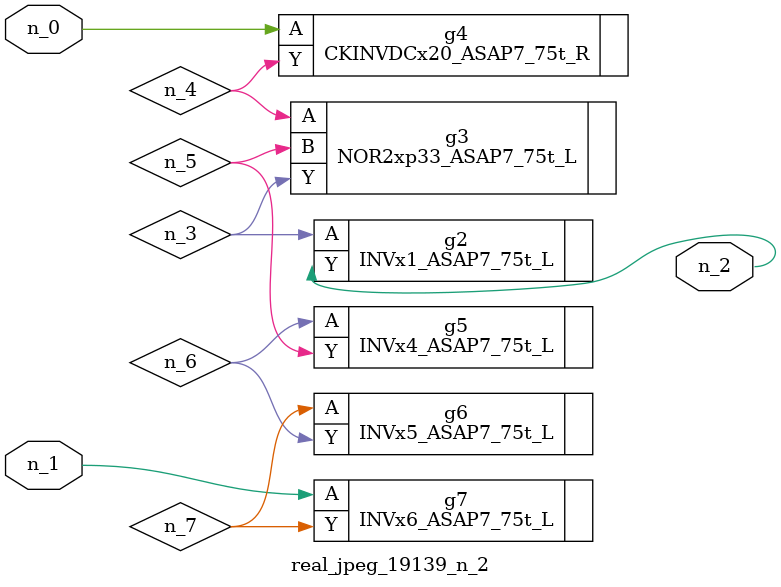
<source format=v>
module real_jpeg_19139_n_2 (n_1, n_0, n_2);

input n_1;
input n_0;

output n_2;

wire n_5;
wire n_4;
wire n_6;
wire n_7;
wire n_3;

CKINVDCx20_ASAP7_75t_R g4 ( 
.A(n_0),
.Y(n_4)
);

INVx6_ASAP7_75t_L g7 ( 
.A(n_1),
.Y(n_7)
);

INVx1_ASAP7_75t_L g2 ( 
.A(n_3),
.Y(n_2)
);

NOR2xp33_ASAP7_75t_L g3 ( 
.A(n_4),
.B(n_5),
.Y(n_3)
);

INVx4_ASAP7_75t_L g5 ( 
.A(n_6),
.Y(n_5)
);

INVx5_ASAP7_75t_L g6 ( 
.A(n_7),
.Y(n_6)
);


endmodule
</source>
